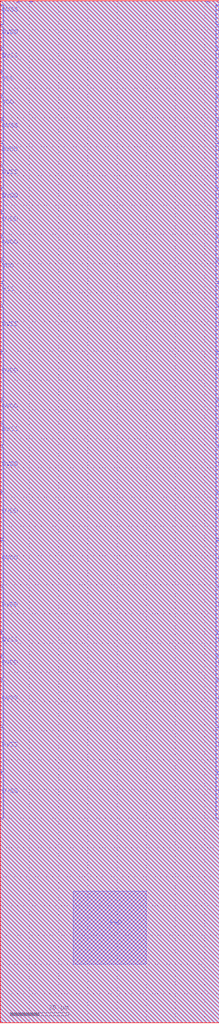
<source format=lef>
# Copyright 2022 GlobalFoundries PDK Authors
#
# Licensed under the Apache License, Version 2.0 (the "License");
# you may not use this file except in compliance with the License.
# You may obtain a copy of the License at
#
#     http://www.apache.org/licenses/LICENSE-2.0
#
# Unless required by applicable law or agreed to in writing, software
# distributed under the License is distributed on an "AS IS" BASIS,
# WITHOUT WARRANTIES OR CONDITIONS OF ANY KIND, either express or implied.
# See the License for the specific language governing permissions and
# limitations under the License.

MACRO gf180mcu_fd_io__in_c
  CLASS PAD INPUT ;
  ORIGIN 0 0 ;
  FOREIGN gf180mcu_fd_io__in_c 0 0 ;
  SIZE 75 BY 350 ;
  SYMMETRY X Y R90 ;
  SITE GF_IO_Site ;
    PIN PAD
        DIRECTION INPUT ;
        USE SIGNAL ;
        PORT
        LAYER Metal3  ;
        RECT 25.000 20.000 50.000 45.000 ;
        END
    END PAD
  PIN PD
    DIRECTION INPUT ;
    USE SIGNAL ;
    ANTENNADIFFAREA 1 LAYER Metal2 ;
      ANTENNAGATEAREA 10.5 LAYER Metal2 ;
    PORT
        CLASS CORE ;
      LAYER Metal2 ;
        RECT 10.33 349.62 10.71 350 ;
    END
  END PD
  PIN PU
    DIRECTION INPUT ;
    USE SIGNAL ;
    ANTENNADIFFAREA 2.98 LAYER Metal2 ;
      ANTENNAGATEAREA 7.35 LAYER Metal2 ;
    PORT
        CLASS CORE ;
      LAYER Metal2 ;
        RECT 5.965 349.62 6.345 350 ;
    END
  END PU
  PIN Y
    DIRECTION OUTPUT ;
    USE SIGNAL ;
    ANTENNADIFFAREA 7.8 LAYER Metal2 ;
    PORT
        CLASS CORE ;
      LAYER Metal2 ;
        RECT 70.86 349.62 71.24 350 ;
    END
  END Y
  PIN DVDD
    DIRECTION INOUT ;
    USE POWER ;
    PORT
      LAYER Metal3 ;
        RECT 74 118 75 125 ;
    END
    PORT
      LAYER Metal3 ;
        RECT 74 182 75 197 ;
    END
    PORT
      LAYER Metal3 ;
        RECT 74 166 75 181 ;
    END
    PORT
      LAYER Metal3 ;
        RECT 74 150 75 165 ;
    END
    PORT
      LAYER Metal3 ;
        RECT 74 134 75 149 ;
    END
    PORT
      LAYER Metal3 ;
        RECT 74 214 75 229 ;
    END
    PORT
      LAYER Metal3 ;
        RECT 74 206 75 213 ;
    END
    PORT
      LAYER Metal3 ;
        RECT 74 278 75 285 ;
    END
    PORT
      LAYER Metal3 ;
        RECT 74 270 75 277 ;
    END
    PORT
      LAYER Metal3 ;
        RECT 74 262 75 269 ;
    END
    PORT
      LAYER Metal3 ;
        RECT 74 294 75 301 ;
    END
    PORT
      LAYER Metal3 ;
        RECT 74 334 75 341 ;
    END
    PORT
      LAYER Metal3 ;
        RECT 0 334 1 341 ;
    END
    PORT
      LAYER Metal3 ;
        RECT 0 294 1 301 ;
    END
    PORT
      LAYER Metal3 ;
        RECT 0 262 1 269 ;
    END
    PORT
      LAYER Metal3 ;
        RECT 0 270 1 277 ;
    END
    PORT
      LAYER Metal3 ;
        RECT 0 278 1 285 ;
    END
    PORT
      LAYER Metal3 ;
        RECT 0 206 1 213 ;
    END
    PORT
      LAYER Metal3 ;
        RECT 0 214 1 229 ;
    END
    PORT
      LAYER Metal3 ;
        RECT 0 134 1 149 ;
    END
    PORT
      LAYER Metal3 ;
        RECT 0 150 1 165 ;
    END
    PORT
      LAYER Metal3 ;
        RECT 0 166 1 181 ;
    END
    PORT
      LAYER Metal3 ;
        RECT 0 182 1 197 ;
    END
    PORT
      LAYER Metal3 ;
        RECT 0 118 1 125 ;
    END
  END DVDD
  PIN DVSS
    DIRECTION INOUT ;
    USE GROUND ;
    PORT
      LAYER Metal3 ;
        RECT 74 102 75 117 ;
    END
    PORT
      LAYER Metal3 ;
        RECT 74 86 75 101 ;
    END
    PORT
      LAYER Metal3 ;
        RECT 74 70 75 85 ;
    END
    PORT
      LAYER Metal3 ;
        RECT 74 126 75 133 ;
    END
    PORT
      LAYER Metal3 ;
        RECT 74 198 75 205 ;
    END
    PORT
      LAYER Metal3 ;
        RECT 74 230 75 245 ;
    END
    PORT
      LAYER Metal3 ;
        RECT 74 286 75 293 ;
    END
    PORT
      LAYER Metal3 ;
        RECT 74 302 75 309 ;
    END
    PORT
      LAYER Metal3 ;
        RECT 74 326 75 333 ;
    END
    PORT
      LAYER Metal3 ;
        RECT 74 342 75 348.39 ;
    END
    PORT
      LAYER Metal3 ;
        RECT 0 342 1 348.39 ;
    END
    PORT
      LAYER Metal3 ;
        RECT 0 326 1 333 ;
    END
    PORT
      LAYER Metal3 ;
        RECT 0 302 1 309 ;
    END
    PORT
      LAYER Metal3 ;
        RECT 0 286 1 293 ;
    END
    PORT
      LAYER Metal3 ;
        RECT 0 230 1 245 ;
    END
    PORT
      LAYER Metal3 ;
        RECT 0 198 1 205 ;
    END
    PORT
      LAYER Metal3 ;
        RECT 0 126 1 133 ;
    END
    PORT
      LAYER Metal3 ;
        RECT 0 70 1 85 ;
    END
    PORT
      LAYER Metal3 ;
        RECT 0 86 1 101 ;
    END
    PORT
      LAYER Metal3 ;
        RECT 0 102 1 117 ;
    END
  END DVSS
  PIN VDD
    DIRECTION INOUT ;
    USE POWER ;
    PORT
      LAYER Metal3 ;
        RECT 74 254 75 261 ;
    END
    PORT
      LAYER Metal3 ;
        RECT 74 310 75 317 ;
    END
    PORT
      LAYER Metal3 ;
        RECT 0 310 1 317 ;
    END
    PORT
      LAYER Metal3 ;
        RECT 0 254 1 261 ;
    END
  END VDD
  PIN VSS
    DIRECTION INOUT ;
    USE GROUND ;
    PORT
      LAYER Metal3 ;
        RECT 74 246 75 253 ;
    END
    PORT
      LAYER Metal3 ;
        RECT 74 318 75 325 ;
    END
    PORT
      LAYER Metal3 ;
        RECT 0 318 1 325 ;
    END
    PORT
      LAYER Metal3 ;
        RECT 0 246 1 253 ;
    END
  END VSS
  OBS
    LAYER Metal1 ;
      RECT 0 0 75 350 ;
    LAYER Metal2 ;
      POLYGON 75 350 71.52 350 71.52 349.34 70.58 349.34 70.58 350 10.99 350 10.99 349.34 10.05 349.34 10.05 350 6.625 350 6.625 349.34 5.685 349.34 5.685 350 0 350 0 0 75 0 ;
    LAYER Metal3 ;
      POLYGON 75 69.72 73.72 69.72 73.72 85.28 75 85.28 75 85.72 73.72 85.72 73.72 101.28 75 101.28 75 101.72 73.72 101.72 73.72 117.28 75 117.28 75 117.72 73.72 117.72 73.72 125.28 75 125.28 75 125.72 73.72 125.72 73.72 133.28 75 133.28 75 133.72 73.72 133.72 73.72 149.28 75 149.28 75 149.72 73.72 149.72 73.72 165.28 75 165.28 75 165.72 73.72 165.72 73.72 181.28 75 181.28 75 181.72 73.72 181.72 73.72 197.28 75 197.28 75 197.72 73.72 197.72 73.72 205.28 75 205.28 75 205.72 73.72 205.72 73.72 213.28 75 213.28 75 213.72 73.72 213.72 73.72 229.28 75 229.28 75 229.72 73.72 229.72 73.72 245.28 75 245.28 75 245.72 73.72 245.72 73.72 253.28 75 253.28 75 253.72 73.72 253.72 73.72 261.28 75 261.28 75 261.72 73.72 261.72 73.72 269.28 75 269.28 75 269.72 73.72 269.72 73.72 277.28 75 277.28 75 277.72 73.72 277.72 73.72 285.28 75 285.28 75 285.72 73.72 285.72 73.72 293.28 75 293.28 75 293.72 73.72 293.72 73.72 301.28 75 301.28 75 301.72 73.72 301.72 73.72 309.28 75 309.28 75 309.72 73.72 309.72 73.72 317.28 75 317.28 75 317.72 73.72 317.72 73.72 325.28 75 325.28 75 325.72 73.72 325.72 73.72 333.28 75 333.28 75 333.72 73.72 333.72 73.72 341.28 75 341.28 75 341.72 73.72 341.72 73.72 348.67 75 348.67 75 350 0 350 0 348.67 1.28 348.67 1.28 341.72 0 341.72 0 341.28 1.28 341.28 1.28 333.72 0 333.72 0 333.28 1.28 333.28 1.28 325.72 0 325.72 0 325.28 1.28 325.28 1.28 317.72 0 317.72 0 317.28 1.28 317.28 1.28 309.72 0 309.72 0 309.28 1.28 309.28 1.28 301.72 0 301.72 0 301.28 1.28 301.28 1.28 293.72 0 293.72 0 293.28 1.28 293.28 1.28 285.72 0 285.72 0 285.28 1.28 285.28 1.28 277.72 0 277.72 0 277.28 1.28 277.28 1.28 269.72 0 269.72 0 269.28 1.28 269.28 1.28 261.72 0 261.72 0 261.28 1.28 261.28 1.28 253.72 0 253.72 0 253.28 1.28 253.28 1.28 245.72 0 245.72 0 245.28 1.28 245.28 1.28 229.72 0 229.72 0 229.28 1.28 229.28 1.28 213.72 0 213.72 0 213.28 1.28 213.28 1.28 205.72 0 205.72 0 205.28 1.28 205.28 1.28 197.72 0 197.72 0 197.28 1.28 197.28 1.28 181.72 0 181.72 0 181.28 1.28 181.28 1.28 165.72 0 165.72 0 165.28 1.28 165.28 1.28 149.72 0 149.72 0 149.28 1.28 149.28 1.28 133.72 0 133.72 0 133.28 1.28 133.28 1.28 125.72 0 125.72 0 125.28 1.28 125.28 1.28 117.72 0 117.72 0 117.28 1.28 117.28 1.28 101.72 0 101.72 0 101.28 1.28 101.28 1.28 85.72 0 85.72 0 85.28 1.28 85.28 1.28 69.72 0 69.72 0 0 75 0 ;
    LAYER Via1 ;
      RECT 0 0 75 350 ;
    LAYER Via2 ;
      RECT 0 0 75 350 ;
  END

END gf180mcu_fd_io__in_c

</source>
